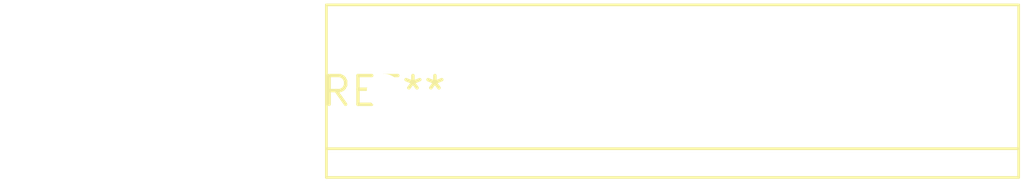
<source format=kicad_pcb>
(kicad_pcb (version 20240108) (generator pcbnew)
  (layers (0 "F.Cu" signal) (31 "B.Cu" signal) (34 "B.Paste" user) (35 "F.Paste" user) (36 "B.SilkS" user "B.Silkscreen") (37 "F.SilkS" user "F.Silkscreen") (38 "B.Mask" user) (39 "F.Mask" user) (44 "Edge.Cuts" user))
  (net 0 "")
  (footprint "TerminalBlock_bornier-6_P5.08mm" (layer "F.Cu") (at 0 0)
    (property "Reference" "REF**")
    (property "Value" "TerminalBlock_bornier-6_P5.08mm")
    (fp_line (start -2.54 -3.81) (end -2.54 3.81) (layer "F.SilkS") (stroke (width 0.12)))
    (fp_line (start -2.54 -3.81) (end 27.94 -3.81) (layer "F.SilkS") (stroke (width 0.12)))
    (fp_line (start -2.54 2.54) (end 27.94 2.54) (layer "F.SilkS") (stroke (width 0.12)))
    (fp_line (start -2.54 3.81) (end 27.94 3.81) (layer "F.SilkS") (stroke (width 0.12)))
    (fp_line (start 27.94 3.81) (end 27.94 -3.81) (layer "F.SilkS") (stroke (width 0.12)))
    (pad "1" thru_hole rect (at 0 0) (size 3 3) (drill 1.52) (layers *.Cu *.Mask) (remove_unused_layers))
    (pad "2" thru_hole circle (at 5.08 0) (size 3 3) (drill 1.52) (layers *.Cu *.Mask) (remove_unused_layers))
    (pad "3" thru_hole circle (at 10.16 0) (size 3 3) (drill 1.52) (layers *.Cu *.Mask) (remove_unused_layers))
    (pad "4" thru_hole circle (at 15.24 0) (size 3 3) (drill 1.52) (layers *.Cu *.Mask) (remove_unused_layers))
    (pad "5" thru_hole circle (at 20.32 0) (size 3 3) (drill 1.52) (layers *.Cu *.Mask) (remove_unused_layers))
    (pad "6" thru_hole circle (at 25.4 0) (size 3 3) (drill 1.52) (layers *.Cu *.Mask) (remove_unused_layers))
  )
)
</source>
